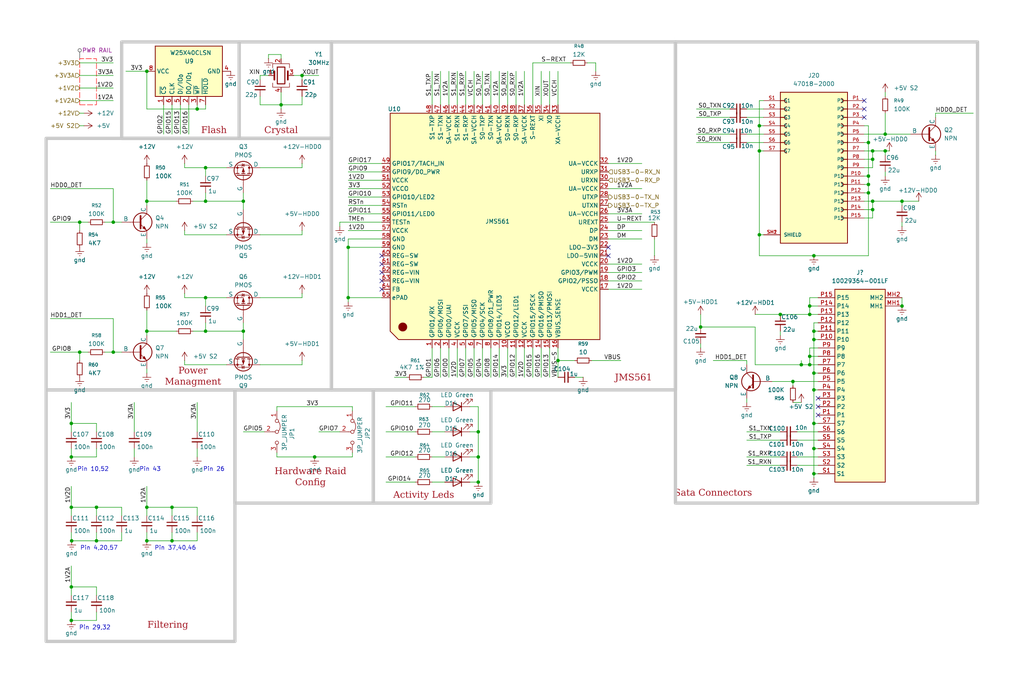
<source format=kicad_sch>
(kicad_sch (version 20250114) (generator "eeschema") (generator_version "9.0")
  (paper "User" 310 210)
  (rectangle (start 71.12 118.11) (end 113.03 152.4) (stroke (width 1) (color 200 200 200 1)))
  (rectangle (start 113.03 118.11) (end 148.59 152.4) (stroke (width 1) (color 200 200 200 1)))
  (rectangle (start 72.39 12.7) (end 100.33 41.91) (stroke (width 1) (color 200 200 200 1)))
  (rectangle (start 13.97 41.91) (end 100.33 118.11) (stroke (width 1) (color 200 200 200 1)))
  (rectangle (start 100.33 12.7) (end 204.47 118.11) (stroke (width 1) (color 200 200 200 1)))
  (rectangle (start 13.97 118.11) (end 71.12 194.31) (stroke (width 1) (color 200 200 200 1)))
  (rectangle (start 204.47 12.7) (end 295.91 152.4) (stroke (width 1) (color 200 200 200 1)))
  (rectangle (start 36.83 12.7) (end 72.39 41.91) (stroke (width 1) (color 200 200 200 1)))
  (text "Pin 4,20,57" (at 29.972 166.116 0) (effects (font (size 1.27 1.27))))
  (text "Pin 29,32" (at 28.702 190.246 0) (effects (font (size 1.27 1.27))))
  (text " Pin 43" (at 44.958 142.24 0) (effects (font (size 1.27 1.27))))
  (text "Pin 37,40,46" (at 53.086 166.116 0) (effects (font (size 1.27 1.27))))
  (text " Pin 10,52" (at 27.686 142.24 0) (effects (font (size 1.27 1.27))))
  (text " Pin 26\n" (at 64.262 142.24 0) (effects (font (size 1.27 1.27))))
  (text_box "Filtering" (at 36.83 182.88 0) (size 27.94 9.525) (margins 1.9049 1.9049 1.9049 1.9049) (stroke (width -0.0001)) (effects (font (size 2 2) (thickness 0.3175)) (justify bottom)))
  (text_box "Flash\n\n" (at 50.8 33.02 0) (size 27.94 9.525) (margins 1.9049 1.9049 1.9049 1.9049) (stroke (width -0.0001)) (effects (font (size 2 2) (thickness 0.3175)) (justify bottom)))
  (text_box "JMS561" (at 177.8 107.95 0) (size 27.94 9.525) (margins 1.9049 1.9049 1.9049 1.9049) (stroke (width -0.0001)) (effects (font (size 2 2) (thickness 0.3175)) (justify bottom)))
  (text_box "Sata Connectors\n" (at 201.93 142.875 0) (size 27.94 9.525) (margins 1.9049 1.9049 1.9049 1.9049) (stroke (width -0.0001)) (effects (font (size 2 2) (thickness 0.3175)) (justify bottom)))
  (text_box "Hardware Raid \nConfig\n" (at 80.01 139.7 0) (size 27.94 9.525) (margins 1.9049 1.9049 1.9049 1.9049) (stroke (width -0.0001)) (effects (font (size 2 2) (thickness 0.3175)) (justify bottom)))
  (text_box "Activity Leds\n" (at 114.3 143.51 0) (size 27.94 9.525) (margins 1.9049 1.9049 1.9049 1.9049) (stroke (width -0.0001)) (effects (font (size 2 2) (thickness 0.3175)) (justify bottom)))
  (text_box "Power Managment\n" (at 44.45 109.22 0) (size 27.94 9.525) (margins 1.9049 1.9049 1.9049 1.9049) (stroke (width -0.0001)) (effects (font (size 2 2) (thickness 0.3175)) (justify bottom)))
  (text_box "Crystal\n" (at 71.12 33.02 0) (size 27.94 9.525) (margins 1.9049 1.9049 1.9049 1.9049) (stroke (width -0.0001)) (effects (font (size 2 2) (thickness 0.3175)) (justify bottom)))
  (junction (at 245.11 92.71))
  (junction (at 245.11 95.25))
  (junction (at 105.41 90.17))
  (junction (at 168.91 109.22))
  (junction (at 105.41 74.93))
  (junction (at 246.38 135.89))
  (junction (at 29.21 163.83))
  (junction (at 236.22 95.25))
  (junction (at 21.59 153.67))
  (junction (at 267.97 45.72))
  (junction (at 246.38 128.27))
  (junction (at 62.23 100.33))
  (junction (at 144.78 130.81))
  (junction (at 73.66 100.33))
  (junction (at 246.38 100.33))
  (junction (at 73.66 60.96))
  (junction (at 246.38 118.11))
  (junction (at 229.87 38.1))
  (junction (at 246.38 77.47))
  (junction (at 52.07 153.67))
  (junction (at 21.59 138.43))
  (junction (at 24.13 106.68))
  (junction (at 44.45 100.33))
  (junction (at 262.89 53.34))
  (junction (at 262.89 55.88))
  (junction (at 95.25 138.43))
  (junction (at 264.16 60.96))
  (junction (at 273.05 92.71))
  (junction (at 246.38 102.87))
  (junction (at 212.09 99.06))
  (junction (at 62.23 50.8))
  (junction (at 24.13 67.31))
  (junction (at 21.59 177.8))
  (junction (at 242.57 110.49))
  (junction (at 34.29 106.68))
  (junction (at 59.69 33.02))
  (junction (at 85.09 31.75))
  (junction (at 144.78 146.05))
  (junction (at 240.03 115.57))
  (junction (at 246.38 113.03))
  (junction (at 264.16 63.5))
  (junction (at 44.45 21.59))
  (junction (at 21.6925 163.83))
  (junction (at 245.11 107.95))
  (junction (at 44.45 60.96))
  (junction (at 262.89 58.42))
  (junction (at 262.89 43.18))
  (junction (at 264.16 45.72))
  (junction (at 246.38 143.51))
  (junction (at 273.05 60.96))
  (junction (at 245.11 110.49))
  (junction (at 34.29 67.31))
  (junction (at 229.87 45.72))
  (junction (at 21.59 187.96))
  (junction (at 144.78 138.43))
  (junction (at 267.97 40.64))
  (junction (at 91.44 22.86))
  (junction (at 52.07 163.83))
  (junction (at 62.23 90.17))
  (junction (at 264.16 48.26))
  (junction (at 229.87 71.12))
  (junction (at 21.59 128.27))
  (junction (at 62.23 60.96))
  (junction (at 29.21 153.67))
  (junction (at 44.45 163.83))
  (junction (at 44.45 153.67))
  (no_connect (at 261.62 33.02))
  (no_connect (at 115.57 80.01))
  (no_connect (at 115.57 82.55))
  (no_connect (at 261.62 30.48))
  (no_connect (at 184.15 74.93))
  (no_connect (at 247.65 120.65))
  (no_connect (at 247.65 123.19))
  (no_connect (at 261.62 35.56))
  (no_connect (at 247.65 125.73))
  (no_connect (at 115.57 85.09))
  (no_connect (at 115.57 87.63))
  (no_connect (at 115.57 77.47))
  (no_connect (at 184.15 77.47))
  (wire (pts (xy 73.66 100.33) (xy 73.66 102.87)))
  (wire (pts (xy 31.75 106.68) (xy 34.29 106.68)))
  (wire (pts (xy 105.41 90.17) (xy 105.41 91.44)))
  (wire (pts (xy 231.14 30.48) (xy 229.87 30.48)))
  (wire (pts (xy 15.24 96.52) (xy 34.29 96.52)))
  (wire (pts (xy 15.24 57.15) (xy 34.29 57.15)))
  (wire (pts (xy 246.38 77.47) (xy 229.87 77.47)))
  (wire (pts (xy 267.97 45.72) (xy 269.24 45.72)))
  (wire (pts (xy 246.38 143.51) (xy 246.38 144.78)))
  (wire (pts (xy 62.23 50.8) (xy 68.58 50.8)))
  (wire (pts (xy 226.06 40.64) (xy 231.14 40.64)))
  (wire (pts (xy 78.74 110.49) (xy 91.44 110.49)))
  (wire (pts (xy 133.35 105.41) (xy 133.35 114.3)))
  (wire (pts (xy 229.87 30.48) (xy 229.87 38.1)))
  (wire (pts (xy 105.41 72.39) (xy 105.41 74.93)))
  (wire (pts (xy 21.59 147.32) (xy 21.59 153.67)))
  (wire (pts (xy 54.61 31.75) (xy 54.61 40.64)))
  (wire (pts (xy 247.65 128.27) (xy 246.38 128.27)))
  (wire (pts (xy 78.74 24.13) (xy 78.74 22.86)))
  (wire (pts (xy 62.23 97.79) (xy 62.23 100.33)))
  (wire (pts (xy 247.65 115.57) (xy 240.03 115.57)))
  (wire (pts (xy 21.6925 163.83) (xy 21.59 163.83)))
  (wire (pts (xy 262.89 43.18) (xy 262.89 38.1)))
  (wire (pts (xy 96.52 130.81) (xy 102.87 130.81)))
  (wire (pts (xy 55.88 69.85) (xy 55.88 71.12)))
  (wire (pts (xy 115.57 59.69) (xy 105.41 59.69)))
  (wire (pts (xy 226.06 35.56) (xy 231.14 35.56)))
  (wire (pts (xy 242.57 121.92) (xy 240.03 121.92)))
  (wire (pts (xy 91.44 109.22) (xy 91.44 110.49)))
  (wire (pts (xy 24.13 67.31) (xy 26.67 67.31)))
  (wire (pts (xy 246.38 100.33) (xy 247.65 100.33)))
  (wire (pts (xy 130.81 105.41) (xy 130.81 114.3)))
  (wire (pts (xy 236.22 95.25) (xy 228.6 95.25)))
  (wire (pts (xy 44.45 101.6) (xy 44.45 100.33)))
  (wire (pts (xy 177.8 19.05) (xy 180.34 19.05)))
  (wire (pts (xy 15.24 106.68) (xy 24.13 106.68)))
  (wire (pts (xy 62.23 90.17) (xy 55.88 90.17)))
  (wire (pts (xy 68.58 110.49) (xy 55.88 110.49)))
  (wire (pts (xy 34.29 106.68) (xy 36.83 106.68)))
  (wire (pts (xy 119.38 114.3) (xy 123.19 114.3)))
  (wire (pts (xy 153.67 105.41) (xy 153.67 114.3)))
  (wire (pts (xy 273.05 67.31) (xy 273.05 68.58)))
  (wire (pts (xy 49.53 31.75) (xy 49.53 40.64)))
  (wire (pts (xy 115.57 52.07) (xy 105.41 52.07)))
  (wire (pts (xy 68.58 71.12) (xy 55.88 71.12)))
  (wire (pts (xy 29.21 163.83) (xy 21.6925 163.83)))
  (wire (pts (xy 116.84 130.81) (xy 125.73 130.81)))
  (wire (pts (xy 52.07 31.75) (xy 52.07 40.64)))
  (wire (pts (xy 264.16 60.96) (xy 273.05 60.96)))
  (wire (pts (xy 21.59 177.8) (xy 21.59 180.34)))
  (wire (pts (xy 226.06 121.92) (xy 226.06 120.65)))
  (wire (pts (xy 81.28 17.78) (xy 81.28 16.51)))
  (wire (pts (xy 144.78 123.19) (xy 144.78 130.81)))
  (wire (pts (xy 78.74 22.86) (xy 81.28 22.86)))
  (wire (pts (xy 226.06 110.49) (xy 226.06 109.22)))
  (wire (pts (xy 55.88 88.9) (xy 55.88 90.17)))
  (wire (pts (xy 130.81 123.19) (xy 134.62 123.19)))
  (wire (pts (xy 245.11 95.25) (xy 236.22 95.25)))
  (wire (pts (xy 29.21 135.89) (xy 29.21 138.43)))
  (wire (pts (xy 116.84 138.43) (xy 125.73 138.43)))
  (wire (pts (xy 38.1 21.59) (xy 44.45 21.59)))
  (wire (pts (xy 44.45 72.39) (xy 44.45 73.66)))
  (wire (pts (xy 59.69 163.83) (xy 52.07 163.83)))
  (wire (pts (xy 241.3 140.97) (xy 247.65 140.97)))
  (wire (pts (xy 21.59 121.92) (xy 21.59 128.27)))
  (wire (pts (xy 158.75 31.75) (xy 158.75 21.59)))
  (wire (pts (xy 130.81 31.75) (xy 130.81 21.59)))
  (wire (pts (xy 24.13 30.48) (xy 34.29 30.48)))
  (wire (pts (xy 59.69 121.92) (xy 59.69 130.81)))
  (wire (pts (xy 176.53 114.3) (xy 173.99 114.3)))
  (wire (pts (xy 95.25 138.43) (xy 106.68 138.43)))
  (wire (pts (xy 85.09 31.75) (xy 85.09 33.02)))
  (wire (pts (xy 128.27 114.3) (xy 130.81 114.3)))
  (wire (pts (xy 212.09 104.14) (xy 212.09 105.41)))
  (wire (pts (xy 140.97 31.75) (xy 140.97 21.59)))
  (wire (pts (xy 184.15 82.55) (xy 194.31 82.55)))
  (wire (pts (xy 29.21 185.42) (xy 29.21 187.96)))
  (wire (pts (xy 55.88 109.22) (xy 55.88 110.49)))
  (wire (pts (xy 261.62 63.5) (xy 264.16 63.5)))
  (wire (pts (xy 29.21 153.67) (xy 21.59 153.67)))
  (wire (pts (xy 247.65 95.25) (xy 245.11 95.25)))
  (wire (pts (xy 115.57 64.77) (xy 105.41 64.77)))
  (wire (pts (xy 24.13 106.68) (xy 26.67 106.68)))
  (wire (pts (xy 262.89 43.18) (xy 262.89 53.34)))
  (wire (pts (xy 267.97 53.34) (xy 267.97 52.07)))
  (wire (pts (xy 151.13 31.75) (xy 151.13 21.59)))
  (wire (pts (xy 158.75 105.41) (xy 158.75 114.3)))
  (wire (pts (xy 88.9 22.86) (xy 91.44 22.86)))
  (wire (pts (xy 184.15 67.31) (xy 198.12 67.31)))
  (wire (pts (xy 29.21 128.27) (xy 21.59 128.27)))
  (wire (pts (xy 261.62 40.64) (xy 267.97 40.64)))
  (wire (pts (xy 246.38 143.51) (xy 247.65 143.51)))
  (wire (pts (xy 161.29 19.05) (xy 172.72 19.05)))
  (wire (pts (xy 261.62 55.88) (xy 262.89 55.88)))
  (wire (pts (xy 81.28 16.51) (xy 85.09 16.51)))
  (wire (pts (xy 231.14 71.12) (xy 229.87 71.12)))
  (wire (pts (xy 34.29 67.31) (xy 34.29 57.15)))
  (wire (pts (xy 226.06 33.02) (xy 231.14 33.02)))
  (wire (pts (xy 59.69 153.67) (xy 52.07 153.67)))
  (wire (pts (xy 29.21 130.81) (xy 29.21 128.27)))
  (wire (pts (xy 73.66 100.33) (xy 73.66 97.79)))
  (wire (pts (xy 83.82 124.46) (xy 83.82 123.19)))
  (wire (pts (xy 247.65 110.49) (xy 245.11 110.49)))
  (wire (pts (xy 283.21 35.56) (xy 283.21 34.29)))
  (wire (pts (xy 21.59 135.89) (xy 21.59 138.43)))
  (wire (pts (xy 247.65 105.41) (xy 245.11 105.41)))
  (wire (pts (xy 59.69 33.02) (xy 44.45 33.02)))
  (wire (pts (xy 229.87 45.72) (xy 229.87 71.12)))
  (wire (pts (xy 261.62 43.18) (xy 262.89 43.18)))
  (wire (pts (xy 142.24 138.43) (xy 144.78 138.43)))
  (wire (pts (xy 106.68 123.19) (xy 106.68 124.46)))
  (wire (pts (xy 261.62 45.72) (xy 264.16 45.72)))
  (wire (pts (xy 29.21 156.21) (xy 29.21 153.67)))
  (wire (pts (xy 262.89 58.42) (xy 262.89 77.47)))
  (wire (pts (xy 264.16 48.26) (xy 264.16 45.72)))
  (wire (pts (xy 240.03 115.57) (xy 233.68 115.57)))
  (wire (pts (xy 261.62 48.26) (xy 264.16 48.26)))
  (wire (pts (xy 44.45 54.61) (xy 44.45 60.96)))
  (wire (pts (xy 80.01 130.81) (xy 73.66 130.81)))
  (wire (pts (xy 59.69 138.43) (xy 59.69 135.89)))
  (wire (pts (xy 78.74 50.8) (xy 91.44 50.8)))
  (wire (pts (xy 106.68 138.43) (xy 106.68 137.16)))
  (wire (pts (xy 24.13 34.29) (xy 25.4 34.29)))
  (wire (pts (xy 29.21 180.34) (xy 29.21 177.8)))
  (wire (pts (xy 241.3 133.35) (xy 247.65 133.35)))
  (wire (pts (xy 246.38 102.87) (xy 246.38 100.33)))
  (wire (pts (xy 247.65 118.11) (xy 246.38 118.11)))
  (wire (pts (xy 144.78 130.81) (xy 144.78 138.43)))
  (wire (pts (xy 62.23 90.17) (xy 68.58 90.17)))
  (wire (pts (xy 40.64 121.92) (xy 40.64 130.81)))
  (wire (pts (xy 83.82 123.19) (xy 106.68 123.19)))
  (wire (pts (xy 184.15 49.53) (xy 194.31 49.53)))
  (wire (pts (xy 173.99 109.22) (xy 168.91 109.22)))
  (wire (pts (xy 102.87 67.31) (xy 115.57 67.31)))
  (wire (pts (xy 241.3 138.43) (xy 247.65 138.43)))
  (wire (pts (xy 210.82 43.18) (xy 220.98 43.18)))
  (wire (pts (xy 58.42 60.96) (xy 62.23 60.96)))
  (wire (pts (xy 21.59 171.45) (xy 21.59 177.8)))
  (wire (pts (xy 231.14 38.1) (xy 229.87 38.1)))
  (wire (pts (xy 55.88 49.53) (xy 55.88 50.8)))
  (wire (pts (xy 146.05 105.41) (xy 146.05 114.3)))
  (wire (pts (xy 229.87 77.47) (xy 229.87 71.12)))
  (wire (pts (xy 264.16 63.5) (xy 264.16 60.96)))
  (wire (pts (xy 163.83 31.75) (xy 163.83 21.59)))
  (wire (pts (xy 245.11 92.71) (xy 245.11 95.25)))
  (wire (pts (xy 246.38 118.11) (xy 246.38 128.27)))
  (wire (pts (xy 73.66 60.96) (xy 73.66 58.42)))
  (wire (pts (xy 273.05 60.96) (xy 278.13 60.96)))
  (wire (pts (xy 91.44 22.86) (xy 96.52 22.86)))
  (wire (pts (xy 247.65 92.71) (xy 245.11 92.71)))
  (wire (pts (xy 36.83 161.29) (xy 36.83 163.83)))
  (wire (pts (xy 261.62 53.34) (xy 262.89 53.34)))
  (wire (pts (xy 52.07 163.83) (xy 44.45 163.83)))
  (wire (pts (xy 52.07 161.29) (xy 52.07 163.83)))
  (wire (pts (xy 246.38 118.11) (xy 246.38 113.03)))
  (wire (pts (xy 59.69 161.29) (xy 59.69 163.83)))
  (wire (pts (xy 261.62 38.1) (xy 262.89 38.1)))
  (wire (pts (xy 52.07 156.21) (xy 52.07 153.67)))
  (wire (pts (xy 62.23 50.8) (xy 62.23 53.34)))
  (wire (pts (xy 44.45 33.02) (xy 44.45 21.59)))
  (wire (pts (xy 184.15 64.77) (xy 194.31 64.77)))
  (wire (pts (xy 115.57 62.23) (xy 105.41 62.23)))
  (wire (pts (xy 83.82 138.43) (xy 95.25 138.43)))
  (wire (pts (xy 261.62 58.42) (xy 262.89 58.42)))
  (wire (pts (xy 62.23 58.42) (xy 62.23 60.96)))
  (wire (pts (xy 212.09 99.06) (xy 212.09 95.25)))
  (wire (pts (xy 246.38 135.89) (xy 247.65 135.89)))
  (wire (pts (xy 44.45 161.29) (xy 44.45 163.83)))
  (wire (pts (xy 116.84 146.05) (xy 125.73 146.05)))
  (wire (pts (xy 245.11 90.17) (xy 245.11 92.71)))
  (wire (pts (xy 267.97 46.99) (xy 267.97 45.72)))
  (wire (pts (xy 78.74 31.75) (xy 85.09 31.75)))
  (wire (pts (xy 261.62 66.04) (xy 264.16 66.04)))
  (wire (pts (xy 21.59 185.42) (xy 21.59 187.96)))
  (wire (pts (xy 21.59 128.27) (xy 21.59 130.81)))
  (wire (pts (xy 62.23 50.8) (xy 55.88 50.8)))
  (wire (pts (xy 78.74 29.21) (xy 78.74 31.75)))
  (wire (pts (xy 184.15 69.85) (xy 194.31 69.85)))
  (wire (pts (xy 29.21 138.43) (xy 21.59 138.43)))
  (wire (pts (xy 44.45 100.33) (xy 53.34 100.33)))
  (wire (pts (xy 29.21 177.8) (xy 21.59 177.8)))
  (wire (pts (xy 62.23 90.17) (xy 62.23 92.71)))
  (wire (pts (xy 44.45 153.67) (xy 44.45 156.21)))
  (wire (pts (xy 73.66 60.96) (xy 73.66 63.5)))
  (wire (pts (xy 184.15 85.09) (xy 194.31 85.09)))
  (wire (pts (xy 143.51 105.41) (xy 143.51 114.3)))
  (wire (pts (xy 153.67 31.75) (xy 153.67 21.59)))
  (wire (pts (xy 138.43 31.75) (xy 138.43 21.59)))
  (wire (pts (xy 115.57 90.17) (xy 105.41 90.17)))
  (wire (pts (xy 102.87 68.58) (xy 102.87 67.31)))
  (wire (pts (xy 135.89 31.75) (xy 135.89 21.59)))
  (wire (pts (xy 135.89 105.41) (xy 135.89 114.3)))
  (wire (pts (xy 229.87 45.72) (xy 231.14 45.72)))
  (wire (pts (xy 143.51 31.75) (xy 143.51 21.59)))
  (wire (pts (xy 140.97 105.41) (xy 140.97 114.3)))
  (wire (pts (xy 115.57 72.39) (xy 105.41 72.39)))
  (wire (pts (xy 21.59 161.29) (xy 21.59 163.83)))
  (wire (pts (xy 242.57 110.49) (xy 228.6 110.49)))
  (wire (pts (xy 267.97 29.21) (xy 267.97 27.94)))
  (wire (pts (xy 210.82 35.56) (xy 220.98 35.56)))
  (wire (pts (xy 273.05 90.17) (xy 273.05 92.71)))
  (wire (pts (xy 245.11 105.41) (xy 245.11 107.95)))
  (wire (pts (xy 115.57 54.61) (xy 105.41 54.61)))
  (wire (pts (xy 57.15 31.75) (xy 57.15 40.64)))
  (wire (pts (xy 236.22 100.33) (xy 236.22 101.6)))
  (wire (pts (xy 62.23 31.75) (xy 62.23 33.02)))
  (wire (pts (xy 24.13 109.22) (xy 24.13 106.68)))
  (wire (pts (xy 34.29 106.68) (xy 34.29 96.52)))
  (wire (pts (xy 226.06 140.97) (xy 236.22 140.97)))
  (wire (pts (xy 144.78 138.43) (xy 144.78 146.05)))
  (wire (pts (xy 115.57 57.15) (xy 105.41 57.15)))
  (wire (pts (xy 44.45 147.32) (xy 44.45 153.67)))
  (wire (pts (xy 246.38 128.27) (xy 246.38 135.89)))
  (wire (pts (xy 115.57 49.53) (xy 105.41 49.53)))
  (wire (pts (xy 24.13 19.05) (xy 34.29 19.05)))
  (wire (pts (xy 146.05 31.75) (xy 146.05 21.59)))
  (wire (pts (xy 180.34 19.05) (xy 180.34 21.59)))
  (wire (pts (xy 247.65 90.17) (xy 245.11 90.17)))
  (wire (pts (xy 58.42 100.33) (xy 62.23 100.33)))
  (wire (pts (xy 116.84 123.19) (xy 125.73 123.19)))
  (wire (pts (xy 115.57 69.85) (xy 105.41 69.85)))
  (wire (pts (xy 246.38 100.33) (xy 246.38 97.79)))
  (wire (pts (xy 226.06 109.22) (xy 215.9 109.22)))
  (wire (pts (xy 210.82 40.64) (xy 220.98 40.64)))
  (wire (pts (xy 246.38 113.03) (xy 247.65 113.03)))
  (wire (pts (xy 273.05 62.23) (xy 273.05 60.96)))
  (wire (pts (xy 85.09 31.75) (xy 91.44 31.75)))
  (wire (pts (xy 262.89 77.47) (xy 246.38 77.47)))
  (wire (pts (xy 267.97 34.29) (xy 267.97 40.64)))
  (wire (pts (xy 247.65 107.95) (xy 245.11 107.95)))
  (wire (pts (xy 21.59 153.67) (xy 21.59 156.21)))
  (wire (pts (xy 15.24 67.31) (xy 24.13 67.31)))
  (wire (pts (xy 156.21 31.75) (xy 156.21 21.59)))
  (wire (pts (xy 91.44 88.9) (xy 91.44 90.17)))
  (wire (pts (xy 130.81 146.05) (xy 134.62 146.05)))
  (wire (pts (xy 36.83 163.83) (xy 29.21 163.83)))
  (wire (pts (xy 91.44 31.75) (xy 91.44 29.21)))
  (wire (pts (xy 184.15 72.39) (xy 194.31 72.39)))
  (wire (pts (xy 24.13 69.85) (xy 24.13 67.31)))
  (wire (pts (xy 226.06 130.81) (xy 236.22 130.81)))
  (wire (pts (xy 59.69 156.21) (xy 59.69 153.67)))
  (wire (pts (xy 246.38 135.89) (xy 246.38 143.51)))
  (wire (pts (xy 228.6 99.06) (xy 212.09 99.06)))
  (wire (pts (xy 44.45 62.23) (xy 44.45 60.96)))
  (wire (pts (xy 161.29 19.05) (xy 161.29 31.75)))
  (wire (pts (xy 163.83 105.41) (xy 163.83 114.3)))
  (wire (pts (xy 245.11 107.95) (xy 245.11 110.49)))
  (wire (pts (xy 262.89 55.88) (xy 262.89 58.42)))
  (wire (pts (xy 264.16 50.8) (xy 264.16 48.26)))
  (wire (pts (xy 133.35 31.75) (xy 133.35 21.59)))
  (wire (pts (xy 91.44 69.85) (xy 91.44 71.12)))
  (wire (pts (xy 184.15 87.63) (xy 194.31 87.63)))
  (wire (pts (xy 148.59 31.75) (xy 148.59 21.59)))
  (wire (pts (xy 62.23 100.33) (xy 73.66 100.33)))
  (wire (pts (xy 184.15 80.01) (xy 194.31 80.01)))
  (wire (pts (xy 247.65 102.87) (xy 246.38 102.87)))
  (wire (pts (xy 261.62 50.8) (xy 264.16 50.8)))
  (wire (pts (xy 130.81 138.43) (xy 134.62 138.43)))
  (wire (pts (xy 29.21 161.29) (xy 29.21 163.83)))
  (wire (pts (xy 31.75 67.31) (xy 34.29 67.31)))
  (wire (pts (xy 246.38 97.79) (xy 247.65 97.79)))
  (wire (pts (xy 44.45 111.76) (xy 44.45 113.03)))
  (wire (pts (xy 78.74 90.17) (xy 91.44 90.17)))
  (wire (pts (xy 264.16 45.72) (xy 267.97 45.72)))
  (wire (pts (xy 245.11 110.49) (xy 242.57 110.49)))
  (wire (pts (xy 115.57 74.93) (xy 105.41 74.93)))
  (wire (pts (xy 44.45 60.96) (xy 53.34 60.96)))
  (wire (pts (xy 91.44 24.13) (xy 91.44 22.86)))
  (wire (pts (xy 85.09 27.94) (xy 85.09 31.75)))
  (wire (pts (xy 36.83 153.67) (xy 29.21 153.67)))
  (wire (pts (xy 262.89 53.34) (xy 262.89 55.88)))
  (wire (pts (xy 142.24 123.19) (xy 144.78 123.19)))
  (wire (pts (xy 168.91 21.59) (xy 168.91 31.75)))
  (wire (pts (xy 52.07 153.67) (xy 44.45 153.67)))
  (wire (pts (xy 34.29 67.31) (xy 36.83 67.31)))
  (wire (pts (xy 62.23 33.02) (xy 59.69 33.02)))
  (wire (pts (xy 240.03 116.84) (xy 240.03 115.57)))
  (wire (pts (xy 44.45 93.98) (xy 44.45 100.33)))
  (wire (pts (xy 229.87 38.1) (xy 229.87 45.72)))
  (wire (pts (xy 130.81 130.81) (xy 134.62 130.81)))
  (wire (pts (xy 283.21 45.72) (xy 283.21 46.99)))
  (wire (pts (xy 91.44 49.53) (xy 91.44 50.8)))
  (wire (pts (xy 24.13 22.86) (xy 34.29 22.86)))
  (wire (pts (xy 83.82 137.16) (xy 83.82 138.43)))
  (wire (pts (xy 62.23 60.96) (xy 73.66 60.96)))
  (wire (pts (xy 59.69 33.02) (xy 59.69 31.75)))
  (wire (pts (xy 161.29 105.41) (xy 161.29 114.3)))
  (wire (pts (xy 241.3 130.81) (xy 247.65 130.81)))
  (wire (pts (xy 166.37 31.75) (xy 166.37 21.59)))
  (wire (pts (xy 151.13 105.41) (xy 151.13 114.3)))
  (wire (pts (xy 184.15 57.15) (xy 194.31 57.15)))
  (wire (pts (xy 24.13 38.1) (xy 25.4 38.1)))
  (wire (pts (xy 198.12 72.39) (xy 198.12 77.47)))
  (wire (pts (xy 148.59 105.41) (xy 148.59 114.3)))
  (wire (pts (xy 142.24 130.81) (xy 144.78 130.81)))
  (wire (pts (xy 179.07 109.22) (xy 187.96 109.22)))
  (wire (pts (xy 40.64 138.43) (xy 40.64 135.89)))
  (wire (pts (xy 226.06 133.35) (xy 236.22 133.35)))
  (wire (pts (xy 78.74 71.12) (xy 91.44 71.12)))
  (wire (pts (xy 144.78 146.05) (xy 142.24 146.05)))
  (wire (pts (xy 138.43 105.41) (xy 138.43 114.3)))
  (wire (pts (xy 226.06 43.18) (xy 231.14 43.18)))
  (wire (pts (xy 261.62 60.96) (xy 264.16 60.96)))
  (wire (pts (xy 226.06 138.43) (xy 236.22 138.43)))
  (wire (pts (xy 24.13 26.67) (xy 34.29 26.67)))
  (wire (pts (xy 168.91 109.22) (xy 168.91 114.3)))
  (wire (pts (xy 210.82 33.02) (xy 220.98 33.02)))
  (wire (pts (xy 36.83 156.21) (xy 36.83 153.67)))
  (wire (pts (xy 283.21 34.29) (xy 294.64 34.29)))
  (wire (pts (xy 168.91 105.41) (xy 168.91 109.22)))
  (wire (pts (xy 166.37 105.41) (xy 166.37 114.3)))
  (wire (pts (xy 85.09 16.51) (xy 85.09 17.78)))
  (wire (pts (xy 228.6 110.49) (xy 228.6 99.06)))
  (wire (pts (xy 246.38 102.87) (xy 246.38 113.03)))
  (wire (pts (xy 156.21 105.41) (xy 156.21 114.3)))
  (wire (pts (xy 267.97 40.64) (xy 275.59 40.64)))
  (wire (pts (xy 264.16 66.04) (xy 264.16 63.5)))
  (wire (pts (xy 242.57 109.22) (xy 242.57 110.49)))
  (wire (pts (xy 105.41 74.93) (xy 105.41 90.17)))
  (wire (pts (xy 29.21 187.96) (xy 21.59 187.96)))
  (label "GPIO12" (at 118.11 138.43 0))
  (label "1V2A" (at 44.45 152.4 90))
  (label "HDD0_DET" (at 283.21 34.29 0))
  (label "1V2D" (at 158.75 114.3 90))
  (label "S0_TXP" (at 218.44 35.56 180))
  (label "GPIO10" (at 105.41 59.69 0))
  (label "" (at 105.41 74.93 0))
  (label "GPIO3" (at 186.69 82.55 0))
  (label "3V3" (at 34.29 19.05 180))
  (label "HDD0_DET" (at 15.24 57.15 0))
  (label "GPIO16" (at 163.83 114.3 90))
  (label "S1_RXP" (at 140.97 29.21 90))
  (label "U-REXT" (at 186.69 67.31 0))
  (label "GPIO13" (at 166.37 114.3 90))
  (label "1V2D" (at 21.59 152.4 90))
  (label "S0_TXP" (at 146.05 29.21 90))
  (label "1V2D" (at 186.69 49.53 0))
  (label "3V3" (at 123.19 114.3 180))
  (label "GPIO9" (at 21.59 67.31 180))
  (label "S1_TXP" (at 233.68 133.35 180))
  (label "GPIO1" (at 130.81 114.3 90))
  (label "S0_TXN" (at 148.59 29.21 90))
  (label "S0_RXN" (at 218.44 43.18 180))
  (label "GPIO2" (at 186.69 85.09 0))
  (label "1V2A" (at 151.13 29.21 90))
  (label "VBUS-S" (at 168.91 114.3 90))
  (label "GPIO13" (at 54.61 40.64 90))
  (label "GPIO17" (at 105.41 49.53 0))
  (label "GPIO15" (at 161.29 114.3 90))
  (label "S-REXT" (at 163.83 19.05 0))
  (label "3V3" (at 43.18 21.59 180))
  (label "3V3A" (at 40.64 127 90))
  (label "GPIO15" (at 52.07 40.64 90))
  (label "3V3" (at 92.71 123.19 0))
  (label "HDD1_DET" (at 15.24 96.52 0))
  (label "S1_RXN" (at 138.43 29.21 90))
  (label "GPIO2" (at 49.53 40.64 90))
  (label "3V3A" (at 186.69 64.77 0))
  (label "GPIO11" (at 118.11 123.19 0))
  (label "GPIO10" (at 118.11 130.81 0))
  (label "GPIO5" (at 73.66 130.81 0))
  (label "3V3" (at 153.67 114.3 90))
  (label "" (at 105.41 90.17 0))
  (label "DP" (at 186.69 69.85 0))
  (label "GPIO5" (at 143.51 114.3 90))
  (label "GPIO4" (at 146.05 114.3 90))
  (label "S1_RXP" (at 233.68 138.43 180))
  (label "GPIO7" (at 140.97 114.3 90))
  (label "XIN" (at 78.74 22.86 180))
  (label "S0_RXP" (at 156.21 29.21 90))
  (label "RSTn" (at 105.41 62.23 0))
  (label "1V2D" (at 138.43 114.3 90))
  (label "XOUT" (at 96.52 22.86 180))
  (label "GPIO16" (at 57.15 40.64 90))
  (label "GPIO11" (at 105.41 64.77 0))
  (label "GPIO6" (at 133.35 114.3 90))
  (label "VCCH" (at 168.91 29.21 90))
  (label "XIN" (at 163.83 29.21 90))
  (label "VCCH" (at 143.51 29.21 90))
  (label "S1_RXN" (at 233.68 140.97 180))
  (label "1V2A" (at 135.89 29.21 90))
  (label "S0_RXP" (at 218.44 40.64 180))
  (label "S0_RXN" (at 153.67 29.21 90))
  (label "1V2A" (at 21.59 176.53 90))
  (label "3V3" (at 105.41 57.15 0))
  (label "3V3" (at 21.59 127 90))
  (label "GPIO14" (at 151.13 114.3 90))
  (label "3V3A" (at 59.69 127 90))
  (label "1V2A" (at 158.75 29.21 90))
  (label "S1_TXN" (at 133.35 29.21 90))
  (label "HDD1_DET" (at 226.06 109.22 180))
  (label "GPIO8" (at 21.59 106.68 180))
  (label "TMEn" (at 105.41 67.31 0))
  (label "GPIO0" (at 135.89 114.3 90))
  (label "GPIO7" (at 96.52 130.81 0))
  (label "1V2A" (at 186.69 57.15 0))
  (label "1V2A" (at 34.29 30.48 180))
  (label "GPIO8" (at 148.59 114.3 90))
  (label "GPIO14" (at 124.46 146.05 180))
  (label "S0_TXN" (at 218.44 33.02 180))
  (label "S1_TXP" (at 130.81 29.21 90))
  (label "XOUT" (at 166.37 29.21 90))
  (label "1V2D" (at 186.69 87.63 0))
  (label "" (at 105.41 72.39 0))
  (label "1V2D" (at 105.41 69.85 0))
  (label "1V2D" (at 105.41 54.61 0))
  (label "GPIO12" (at 156.21 114.3 90))
  (label "GPIO9" (at 105.41 52.07 0))
  (label "1V2D" (at 186.69 80.01 0))
  (label "3V3A" (at 34.29 22.86 180))
  (label "1V2D" (at 34.29 26.67 180))
  (label "DM" (at 186.69 72.39 0))
  (label "VBUS" (at 187.96 109.22 180))
  (label "S1_TXN" (at 233.68 130.81 180))
  (hierarchical_label "USB3-0-TX_N" (shape output) (at 184.15 59.69 0))
  (hierarchical_label "USB3-0-TX_P" (shape output) (at 184.15 62.23 0))
  (hierarchical_label "+3V3A" (shape input) (at 24.13 22.86 180))
  (hierarchical_label "+5V S2" (shape input) (at 24.13 38.1 180))
  (hierarchical_label "+12V" (shape input) (at 24.13 34.29 180))
  (hierarchical_label "USB3-0-RX_P" (shape input) (at 184.15 54.61 0))
  (hierarchical_label "+1V2" (shape input) (at 24.13 26.67 180))
  (hierarchical_label "+1V2A" (shape input) (at 24.13 30.48 180))
  (hierarchical_label "+3V3" (shape input) (at 24.13 19.05 180))
  (hierarchical_label "USB3-0-RX_N" (shape input) (at 184.15 52.07 0))
  (rule_area (polyline (pts (xy 24.13 31.75) (xy 29.21 31.75) (xy 29.21 17.78) (xy 24.13 17.78)) (stroke (width 0) (type dash))))
  (netclass_flag "" (length 2.54) (shape round) (at 24.13 17.78 0) (property "Netclass" "PWR RAIL" (at 24.8285 15.24 0) (effects (justify left))))
  (symbol (lib_id "power:Earth") (at 212.09 105.41 0) (unit 1)
    (property "Reference" "#PWR0110" (effects (hide yes)))
    (property "Value" "gnd" (at 212.09 109.22 0))
    (property "Description" "Power symbol creates a global label with name \"Earth\"" (effects (hide yes)))
  )
  (symbol (lib_id "Device:R_Small") (at 128.27 146.05 90) (unit 1)
    (property "Reference" "R65" (at 128.524 142.494 90) (effects (font (size 1.016 1.016))))
    (property "Value" "270" (at 128.524 144.018 90))
    (property "Footprint" "Resistor_SMD:R_0603_1608Metric" (effects (hide yes)))
    (property "Description" "Resistor, small symbol" (effects (hide yes)))
  )
  (symbol (lib_id "power:+12V") (at 91.44 49.53 0) (mirror y) (unit 1)
    (property "Reference" "#PWR087" (effects (hide yes)))
    (property "Value" "+12V-HDD0" (at 91.44 44.45 0))
    (property "Description" "Power symbol creates a global label with name \"+12V\"" (effects (hide yes)))
  )
  (symbol (lib_id "Device:C_Small") (at 59.69 158.75 0) (unit 1)
    (property "Reference" "C116" (at 59.944 156.972 0) (effects (justify left)))
    (property "Value" "100n" (at 60.452 160.782 0) (effects (justify left)))
    (property "Footprint" "Capacitor_SMD:C_0603_1608Metric" (effects (hide yes)))
    (property "Description" "Unpolarized capacitor, small symbol" (effects (hide yes)))
  )
  (symbol (lib_id "Device:R_Small") (at 29.21 106.68 270) (unit 1)
    (property "Reference" "R58" (at 29.21 101.6 90) (effects (font (size 1.016 1.016))))
    (property "Value" "100K" (at 29.21 104.14 90))
    (property "Footprint" "Resistor_SMD:R_0603_1608Metric" (effects (hide yes)))
    (property "Description" "Resistor, small symbol" (effects (hide yes)))
  )
  (symbol (lib_id "Device:R_Small") (at 24.13 111.76 0) (unit 1)
    (property "Reference" "R60" (at 26.67 110.4899 0) (effects (font (size 1.016 1.016)) (justify left)))
    (property "Value" "4K7" (at 26.67 113.0299 0) (effects (justify left)))
    (property "Footprint" "Resistor_SMD:R_0603_1608Metric" (effects (hide yes)))
    (property "Description" "Resistor, small symbol" (effects (hide yes)))
  )
  (symbol (lib_id "Simulation_SPICE:PMOS") (at 73.66 107.95 270) (unit 1)
    (property "Reference" "Q9" (at 73.66 116.84 90))
    (property "Value" "PMOS" (at 73.66 114.3 90))
    (property "Footprint" "AOSS21311C:SOT95P237X117-3N" (effects (hide yes)))
    (property "Datasheet" "https://ngspice.sourceforge.io/docs/ngspice-html-manual/manual.xhtml#cha_MOSFETs" (effects (hide yes)))
    (property "Description" "P-MOSFET transistor, drain/source/gate" (effects (hide yes)))
    (property "Sim.Device" "PMOS" (effects (hide yes)))
    (property "Sim.Type" "VDMOS" (effects (hide yes)))
    (property "Sim.Pins" "1=D 2=G 3=S" (effects (hide yes)))
  )
  (symbol (lib_id "Device:C_Small") (at 212.09 101.6 180) (unit 1)
    (property "Reference" "C105" (at 211.836 103.378 0) (effects (justify left)))
    (property "Value" "22u" (at 211.328 99.568 0) (effects (justify left)))
    (property "Footprint" "Capacitor_SMD:C_1206_3216Metric" (effects (hide yes)))
    (property "Description" "Unpolarized capacitor, small symbol" (effects (hide yes)))
  )
  (symbol (lib_id "power:+12V") (at 91.44 109.22 0) (mirror y) (unit 1)
    (property "Reference" "#PWR0104" (effects (hide yes)))
    (property "Value" "+5V-HDD1" (at 91.44 104.14 0))
    (property "Description" "Power symbol creates a global label with name \"+12V\"" (effects (hide yes)))
  )
  (symbol (lib_id "power:+12V") (at 25.4 38.1 270) (unit 1)
    (property "Reference" "#PWR082" (effects (hide yes)))
    (property "Value" "+5V" (at 29.21 38.0999 90) (effects (justify left)))
    (property "Description" "Power symbol creates a global label with name \"+12V\"" (effects (hide yes)))
  )
  (symbol (lib_id "power:+12V") (at 91.44 69.85 0) (mirror y) (unit 1)
    (property "Reference" "#PWR093" (effects (hide yes)))
    (property "Value" "+5V-HDD0" (at 91.44 64.77 0))
    (property "Description" "Power symbol creates a global label with name \"+12V\"" (effects (hide yes)))
  )
  (symbol (lib_id "Device:C_Small") (at 238.76 138.43 90) (unit 1)
    (property "Reference" "C102" (at 237.744 137.414 90) (effects (justify left)))
    (property "Value" "10n" (at 243.332 137.414 90) (effects (justify left)))
    (property "Footprint" "Capacitor_SMD:C_0402_1005Metric" (effects (hide yes)))
    (property "Description" "Unpolarized capacitor, small symbol" (effects (hide yes)))
  )
  (symbol (lib_id "Device:R_Small") (at 128.27 138.43 90) (unit 1)
    (property "Reference" "R64" (at 128.524 134.874 90) (effects (font (size 1.016 1.016))))
    (property "Value" "270" (at 128.524 136.398 90))
    (property "Footprint" "Resistor_SMD:R_0603_1608Metric" (effects (hide yes)))
    (property "Description" "Resistor, small symbol" (effects (hide yes)))
  )
  (symbol (lib_id "Device:LED") (at 138.43 130.81 180) (unit 1)
    (property "Reference" "D15" (at 134.62 129.794 0) (effects (justify right)))
    (property "Value" "LED Green" (at 133.35 127.254 0) (effects (justify right)))
    (property "Footprint" "LED_SMD:LED_0603_1608Metric" (effects (hide yes)))
    (property "Datasheet" "http://optoelectronics.liteon.com/upload/download/DS22-2000-226/LTST-S270KGKT.pdf" (effects (hide yes)))
    (property "Field4" "Digikey " (effects (hide yes)))
    (property "Field5" "LTST-S270KGKT" (effects (hide yes)))
    (property "Field6" "SML-A12M8TT86N" (effects (hide yes)))
    (property "Field7" "Rohm" (effects (hide yes)))
    (property "Field8" "650263301" (effects (hide yes)))
    (property "Part Description" "	Green 572nm LED Indication - Discrete 2.2V 2-SMD, No Lead" (effects (hide yes)))
  )
  (symbol (lib_id "Device:C_Small") (at 238.76 130.81 90) (unit 1)
    (property "Reference" "C100" (at 237.744 129.794 90) (effects (justify left)))
    (property "Value" "10n" (at 244.475 129.54 90) (effects (justify left)))
    (property "Footprint" "Capacitor_SMD:C_0402_1005Metric" (effects (hide yes)))
    (property "Description" "Unpolarized capacitor, small symbol" (effects (hide yes)))
  )
  (symbol (lib_id "power:Earth") (at 283.21 46.99 0) (unit 1)
    (property "Reference" "#PWR084" (effects (hide yes)))
    (property "Value" "gnd" (at 283.21 50.8 0))
    (property "Description" "Power symbol creates a global label with name \"Earth\"" (effects (hide yes)))
  )
  (symbol (lib_id "Simulation_SPICE:NPN") (at 41.91 67.31 0) (unit 1)
    (property "Reference" "Q4" (at 46.99 66.0399 0) (effects (justify left)))
    (property "Value" "NPN" (at 46.99 68.5799 0) (effects (justify left)))
    (property "Footprint" "MMBT3904:P200_SOT-23" (effects (hide yes)))
    (property "Datasheet" "https://ngspice.sourceforge.io/docs/ngspice-html-manual/manual.xhtml#cha_BJTs" (effects (hide yes)))
    (property "Description" "Bipolar transistor symbol for simulation only, substrate tied to the emitter" (effects (hide yes)))
    (property "Sim.Device" "NPN" (effects (hide yes)))
    (property "Sim.Type" "GUMMELPOON" (effects (hide yes)))
    (property "Sim.Pins" "1=C 2=B 3=E" (effects (hide yes)))
  )
  (symbol (lib_id "Device:R_Small") (at 44.45 91.44 180) (unit 1)
    (property "Reference" "R55" (at 46.99 90.1699 0) (effects (font (size 1.016 1.016)) (justify right)))
    (property "Value" "100K" (at 46.99 92.7099 0) (effects (justify right)))
    (property "Footprint" "Resistor_SMD:R_0603_1608Metric" (effects (hide yes)))
    (property "Description" "Resistor, small symbol" (effects (hide yes)))
  )
  (symbol (lib_id "Device:C_Small") (at 44.45 158.75 0) (unit 1)
    (property "Reference" "C114" (at 44.704 156.972 0) (effects (justify left)))
    (property "Value" "1u" (at 45.212 160.782 0) (effects (justify left)))
    (property "Footprint" "Capacitor_SMD:C_0805_2012Metric" (effects (hide yes)))
    (property "Description" "Unpolarized capacitor, small symbol" (effects (hide yes)))
  )
  (symbol (lib_id "power:Earth") (at 69.85 21.59 0) (unit 1)
    (property "Reference" "#PWR077" (effects (hide yes)))
    (property "Value" "gnd" (at 69.85 25.4 0))
    (property "Description" "Power symbol creates a global label with name \"Earth\"" (effects (hide yes)))
  )
  (symbol (lib_id "Device:R_Small") (at 240.03 119.38 180) (unit 1)
    (property "Reference" "R56" (at 237.49 120.6501 0) (effects (font (size 1.016 1.016)) (justify left)))
    (property "Value" "100K" (at 237.49 118.1101 0) (effects (justify left)))
    (property "Footprint" "Resistor_SMD:R_0603_1608Metric" (effects (hide yes)))
    (property "Description" "Resistor, small symbol" (effects (hide yes)))
  )
  (symbol (lib_id "Device:C_Small") (at 267.97 49.53 0) (unit 1)
    (property "Reference" "C96" (at 268.224 47.752 0) (effects (justify left)))
    (property "Value" "22u" (at 268.732 51.562 0) (effects (justify left)))
    (property "Footprint" "Capacitor_SMD:C_1206_3216Metric" (effects (hide yes)))
    (property "Description" "Unpolarized capacitor, small symbol" (effects (hide yes)))
  )
  (symbol (lib_id "power:Earth") (at 95.25 138.43 0) (unit 1)
    (property "Reference" "#PWR0116" (effects (hide yes)))
    (property "Value" "gnd" (at 95.25 142.24 0))
    (property "Description" "Power symbol creates a global label with name \"Earth\"" (effects (hide yes)))
  )
  (symbol (lib_id "power:+12V") (at 55.88 109.22 0) (unit 1)
    (property "Reference" "#PWR0103" (effects (hide yes)))
    (property "Value" "+5V S2" (at 58.42 107.9499 0) (effects (justify left)))
    (property "Description" "Power symbol creates a global label with name \"+12V\"" (effects (hide yes)))
  )
  (symbol (lib_id "power:Earth") (at 105.41 91.44 0) (unit 1)
    (property "Reference" "#PWR0101" (effects (hide yes)))
    (property "Value" "gnd" (at 105.41 95.25 0))
    (property "Description" "Power symbol creates a global label with name \"Earth\"" (effects (hide yes)))
  )
  (symbol (lib_id "power:+12V") (at 91.44 88.9 0) (mirror y) (unit 1)
    (property "Reference" "#PWR0100" (effects (hide yes)))
    (property "Value" "+12V-HDD1" (at 91.44 83.82 0))
    (property "Description" "Power symbol creates a global label with name \"+12V\"" (effects (hide yes)))
  )
  (symbol (lib_id "Simulation_SPICE:PMOS") (at 73.66 53.34 270) (mirror x) (unit 1)
    (property "Reference" "Q3" (at 73.66 44.45 90))
    (property "Value" "PMOS" (at 73.66 46.99 90))
    (property "Footprint" "AOSS21311C:SOT95P237X117-3N" (effects (hide yes)))
    (property "Datasheet" "https://ngspice.sourceforge.io/docs/ngspice-html-manual/manual.xhtml#cha_MOSFETs" (effects (hide yes)))
    (property "Description" "P-MOSFET transistor, drain/source/gate" (effects (hide yes)))
    (property "Sim.Device" "PMOS" (effects (hide yes)))
    (property "Sim.Type" "VDMOS" (effects (hide yes)))
    (property "Sim.Pins" "1=D 2=G 3=S" (effects (hide yes)))
  )
  (symbol (lib_id "power:+12V") (at 25.4 34.29 270) (unit 1)
    (property "Reference" "#PWR081" (effects (hide yes)))
    (property "Value" "+12V" (at 29.21 34.2899 90) (effects (justify left)))
    (property "Description" "Power symbol creates a global label with name \"+12V\"" (effects (hide yes)))
  )
  (symbol (lib_id "Device:R_Small") (at 24.13 72.39 0) (unit 1)
    (property "Reference" "R54" (at 26.67 71.1199 0) (effects (font (size 1.016 1.016)) (justify left)))
    (property "Value" "4K7" (at 26.67 73.6599 0) (effects (justify left)))
    (property "Footprint" "Resistor_SMD:R_0603_1608Metric" (effects (hide yes)))
    (property "Description" "Resistor, small symbol" (effects (hide yes)))
  )
  (symbol (lib_id "power:+12V") (at 242.57 121.92 0) (unit 1)
    (property "Reference" "#PWR0102" (effects (hide yes)))
    (property "Value" "+5V S2" (at 238.76 123.19 0) (effects (justify left)))
    (property "Description" "Power symbol creates a global label with name \"+12V\"" (effects (hide yes)))
  )
  (symbol (lib_id "Simulation_SPICE:NPN") (at 228.6 115.57 0) (mirror y) (unit 1)
    (property "Reference" "Q8" (at 223.52 114.2999 0) (effects (justify left)))
    (property "Value" "NPN" (at 223.52 116.8399 0) (effects (justify left)))
    (property "Footprint" "MMBT3904:P200_SOT-23" (effects (hide yes)))
    (property "Datasheet" "https://ngspice.sourceforge.io/docs/ngspice-html-manual/manual.xhtml#cha_BJTs" (effects (hide yes)))
    (property "Description" "Bipolar transistor symbol for simulation only, substrate tied to the emitter" (effects (hide yes)))
    (property "Sim.Device" "NPN" (effects (hide yes)))
    (property "Sim.Type" "GUMMELPOON" (effects (hide yes)))
    (property "Sim.Pins" "1=C 2=B 3=E" (effects (hide yes)))
  )
  (symbol (lib_id "Device:Crystal_GND24") (at 85.09 22.86 0) (unit 1)
    (property "Reference" "Y1" (at 96.52 16.4398 0))
    (property "Value" "30MHz" (at 96.52 18.9798 0))
    (property "Footprint" "ABM8-30.000MHZ-B2-T:ABM810000MHZ12D2W" (effects (hide yes)))
    (property "Description" "Four pin crystal, GND on pins 2 and 4" (effects (hide yes)))
  )
  (symbol (lib_id "Device:C_Small") (at 91.44 26.67 0) (unit 1)
    (property "Reference" "C91" (at 91.694 24.892 0) (effects (justify left)))
    (property "Value" "22p" (at 92.202 28.702 0) (effects (justify left)))
    (property "Footprint" "Capacitor_SMD:C_0402_1005Metric" (effects (hide yes)))
    (property "Description" "Unpolarized capacitor, small symbol" (effects (hide yes)))
  )
  (symbol (lib_id "power:Earth") (at 144.78 146.05 0) (unit 1)
    (property "Reference" "#PWR0118" (effects (hide yes)))
    (property "Value" "gnd" (at 144.78 149.86 0))
    (property "Description" "Power symbol creates a global label with name \"Earth\"" (effects (hide yes)))
  )
  (symbol (lib_id "Device:LED") (at 138.43 138.43 180) (unit 1)
    (property "Reference" "D16" (at 134.62 137.414 0) (effects (justify right)))
    (property "Value" "LED Green" (at 133.35 134.874 0) (effects (justify right)))
    (property "Footprint" "LED_SMD:LED_0603_1608Metric" (effects (hide yes)))
    (property "Datasheet" "http://optoelectronics.liteon.com/upload/download/DS22-2000-226/LTST-S270KGKT.pdf" (effects (hide yes)))
    (property "Field4" "Digikey " (effects (hide yes)))
    (property "Field5" "LTST-S270KGKT" (effects (hide yes)))
    (property "Field6" "SML-A12M8TT86N" (effects (hide yes)))
    (property "Field7" "Rohm" (effects (hide yes)))
    (property "Field8" "650263301" (effects (hide yes)))
    (property "Part Description" "	Green 572nm LED Indication - Discrete 2.2V 2-SMD, No Lead" (effects (hide yes)))
  )
  (symbol (lib_id "power:Earth") (at 273.05 68.58 0) (unit 1)
    (property "Reference" "#PWR091" (effects (hide yes)))
    (property "Value" "gnd" (at 273.05 72.39 0))
    (property "Description" "Power symbol creates a global label with name \"Earth\"" (effects (hide yes)))
  )
  (symbol (lib_id "JMS561:JMS561") (at 118.11 34.29 0) (unit 1)
    (property "Reference" "U10" (at 119.38 33.02 0))
    (property "Value" "JMS561" (at 150.622 67.056 0))
    (property "Footprint" "Package_DFN_QFN:QFN-64-1EP_8x8mm_P0.4mm_EP6.5x6.5mm" (effects (hide yes)))
    (property "Description" "JMS561 is a SuperSpeed USB 5Gb/s to dual SATA 6Gb/s bridge controller, which also supports various application configurations." (effects (hide yes)))
  )
  (symbol (lib_id "power:+12V") (at 228.6 95.25 0) (unit 1)
    (property "Reference" "#PWR0111" (effects (hide yes)))
    (property "Value" "+12V-HDD1" (at 228.6 91.694 0))
    (property "Description" "Power symbol creates a global label with name \"+12V\"" (effects (hide yes)))
  )
  (symbol (lib_id "power:Earth") (at 246.38 144.78 0) (mirror y) (unit 1)
    (property "Reference" "#PWR0174" (effects (hide yes)))
    (property "Value" "gnd" (at 246.38 148.59 0))
    (property "Description" "Power symbol creates a global label with name \"Earth\"" (effects (hide yes)))
  )
  (symbol (lib_id "Device:C_Small") (at 40.64 133.35 0) (unit 1)
    (property "Reference" "C109" (at 40.894 131.572 0) (effects (justify left)))
    (property "Value" "100n" (at 41.402 135.382 0) (effects (justify left)))
    (property "Footprint" "Capacitor_SMD:C_0603_1608Metric" (effects (hide yes)))
    (property "Description" "Unpolarized capacitor, small symbol" (effects (hide yes)))
  )
  (symbol (lib_id "Memory_Flash:W25X40CLSN") (at 57.15 21.59 90) (unit 1)
    (property "Reference" "U9" (at 58.674 18.542 90) (effects (justify left)))
    (property "Value" "W25X40CLSN" (at 64.008 16.002 90) (effects (justify left)))
    (property "Footprint" "Package_SO:SOIC-8_3.9x4.9mm_P1.27mm" (effects (hide yes)))
    (property "Datasheet" "https://www.winbond.com/resource-files/W25X40CL_G%2020210505.pdf" (effects (hide yes)))
    (property "Description" "4Mbit / 512KiB Serial Flash memory, Standard/Dual I/O SPI, 2.3-3.6V, SOIC-8 (150 mil)" (effects (hide yes)))
  )
  (symbol (lib_id "power:+12V") (at 55.88 49.53 0) (unit 1)
    (property "Reference" "#PWR086" (effects (hide yes)))
    (property "Value" "+12V" (at 55.88 44.45 0))
    (property "Description" "Power symbol creates a global label with name \"+12V\"" (effects (hide yes)))
  )
  (symbol (lib_id "Device:LED") (at 138.43 123.19 180) (unit 1)
    (property "Reference" "D14" (at 134.62 122.174 0) (effects (justify right)))
    (property "Value" "LED Green" (at 133.35 119.634 0) (effects (justify right)))
    (property "Footprint" "LED_SMD:LED_0603_1608Metric" (effects (hide yes)))
    (property "Datasheet" "http://optoelectronics.liteon.com/upload/download/DS22-2000-226/LTST-S270KGKT.pdf" (effects (hide yes)))
    (property "Field4" "Digikey " (effects (hide yes)))
    (property "Field5" "LTST-S270KGKT" (effects (hide yes)))
    (property "Field6" "SML-A12M8TT86N" (effects (hide yes)))
    (property "Field7" "Rohm" (effects (hide yes)))
    (property "Field8" "650263301" (effects (hide yes)))
    (property "Part Description" "	Green 572nm LED Indication - Discrete 2.2V 2-SMD, No Lead" (effects (hide yes)))
  )
  (symbol (lib_id "Device:C_Small") (at 273.05 64.77 0) (unit 1)
    (property "Reference" "C98" (at 273.304 62.992 0) (effects (justify left)))
    (property "Value" "22u" (at 273.812 66.802 0) (effects (justify left)))
    (property "Footprint" "Capacitor_SMD:C_1206_3216Metric" (effects (hide yes)))
    (property "Description" "Unpolarized capacitor, small symbol" (effects (hide yes)))
  )
  (symbol (lib_id "Device:C_Small") (at 223.52 33.02 90) (unit 1)
    (property "Reference" "C92" (at 222.504 32.004 90) (effects (justify left)))
    (property "Value" "10n" (at 228.092 32.004 90) (effects (justify left)))
    (property "Footprint" "Capacitor_SMD:C_0402_1005Metric" (effects (hide yes)))
    (property "Description" "Unpolarized capacitor, small symbol" (effects (hide yes)))
  )
  (symbol (lib_id "power:+12V") (at 55.88 69.85 0) (unit 1)
    (property "Reference" "#PWR092" (effects (hide yes)))
    (property "Value" "+5V S2" (at 58.42 68.5799 0) (effects (justify left)))
    (property "Description" "Power symbol creates a global label with name \"+12V\"" (effects (hide yes)))
  )
  (symbol (lib_id "Device:LED") (at 138.43 146.05 180) (unit 1)
    (property "Reference" "D17" (at 134.62 145.034 0) (effects (justify right)))
    (property "Value" "LED Green" (at 133.35 142.494 0) (effects (justify right)))
    (property "Footprint" "LED_SMD:LED_0603_1608Metric" (effects (hide yes)))
    (property "Datasheet" "http://optoelectronics.liteon.com/upload/download/DS22-2000-226/LTST-S270KGKT.pdf" (effects (hide yes)))
    (property "Field4" "Digikey " (effects (hide yes)))
    (property "Field5" "LTST-S270KGKT" (effects (hide yes)))
    (property "Field6" "SML-A12M8TT86N" (effects (hide yes)))
    (property "Field7" "Rohm" (effects (hide yes)))
    (property "Field8" "650263301" (effects (hide yes)))
    (property "Part Description" "	Green 572nm LED Indication - Discrete 2.2V 2-SMD, No Lead" (effects (hide yes)))
  )
  (symbol (lib_id "power:Earth") (at 21.6925 163.83 0) (unit 1)
    (property "Reference" "#PWR0119" (effects (hide yes)))
    (property "Value" "gnd" (at 21.6925 167.64 0))
    (property "Description" "Power symbol creates a global label with name \"Earth\"" (effects (hide yes)))
  )
  (symbol (lib_id "Device:C_Small") (at 29.21 182.88 0) (unit 1)
    (property "Reference" "C118" (at 29.464 181.102 0) (effects (justify left)))
    (property "Value" "100n" (at 29.972 184.912 0) (effects (justify left)))
    (property "Footprint" "Capacitor_SMD:C_0603_1608Metric" (effects (hide yes)))
    (property "Description" "Unpolarized capacitor, small symbol" (effects (hide yes)))
  )
  (symbol (lib_id "Simulation_SPICE:PMOS") (at 73.66 68.58 270) (unit 1)
    (property "Reference" "Q5" (at 73.66 77.47 90))
    (property "Value" "PMOS" (at 73.66 74.93 90))
    (property "Footprint" "AOSS21311C:SOT95P237X117-3N" (effects (hide yes)))
    (property "Datasheet" "https://ngspice.sourceforge.io/docs/ngspice-html-manual/manual.xhtml#cha_MOSFETs" (effects (hide yes)))
    (property "Description" "P-MOSFET transistor, drain/source/gate" (effects (hide yes)))
    (property "Sim.Device" "PMOS" (effects (hide yes)))
    (property "Sim.Type" "VDMOS" (effects (hide yes)))
    (property "Sim.Pins" "1=D 2=G 3=S" (effects (hide yes)))
  )
  (symbol (lib_id "Device:C_Small") (at 238.76 133.35 90) (mirror x) (unit 1)
    (property "Reference" "C101" (at 237.744 134.62 90) (effects (justify left)))
    (property "Value" "10n" (at 243.332 134.62 90) (effects (justify left)))
    (property "Footprint" "Capacitor_SMD:C_0402_1005Metric" (effects (hide yes)))
    (property "Description" "Unpolarized capacitor, small symbol" (effects (hide yes)))
  )
  (symbol (lib_id "power:Earth") (at 21.59 138.43 0) (unit 1)
    (property "Reference" "#PWR0113" (effects (hide yes)))
    (property "Value" "gnd" (at 21.59 142.24 0))
    (property "Description" "Power symbol creates a global label with name \"Earth\"" (effects (hide yes)))
  )
  (symbol (lib_id "power:Earth") (at 40.64 138.43 0) (unit 1)
    (property "Reference" "#PWR0114" (effects (hide yes)))
    (property "Value" "gnd" (at 40.64 142.24 0))
    (property "Description" "Power symbol creates a global label with name \"Earth\"" (effects (hide yes)))
  )
  (symbol (lib_id "power:Earth") (at 44.45 73.66 0) (unit 1)
    (property "Reference" "#PWR094" (effects (hide yes)))
    (property "Value" "gnd" (at 44.45 77.47 0))
    (property "Description" "Power symbol creates a global label with name \"Earth\"" (effects (hide yes)))
  )
  (symbol (lib_id "Simulation_SPICE:NPN") (at 280.67 40.64 0) (unit 1)
    (property "Reference" "Q2" (at 285.75 39.3699 0) (effects (justify left)))
    (property "Value" "NPN" (at 285.75 41.9099 0) (effects (justify left)))
    (property "Footprint" "MMBT3904:P200_SOT-23" (effects (hide yes)))
    (property "Datasheet" "https://ngspice.sourceforge.io/docs/ngspice-html-manual/manual.xhtml#cha_BJTs" (effects (hide yes)))
    (property "Description" "Bipolar transistor symbol for simulation only, substrate tied to the emitter" (effects (hide yes)))
    (property "Sim.Device" "NPN" (effects (hide yes)))
    (property "Sim.Type" "GUMMELPOON" (effects (hide yes)))
    (property "Sim.Pins" "1=C 2=B 3=E" (effects (hide yes)))
  )
  (symbol (lib_id "Jumper:Jumper_3_Bridged12") (at 83.82 130.81 270) (unit 1) (in_bom no)
    (property "Reference" "JP1" (at 88.392 129.54 0) (effects (justify left)))
    (property "Value" "3P_JUMPER" (at 86.106 125.476 0) (effects (justify left)))
    (property "Footprint" "Connector_PinHeader_2.54mm:PinHeader_1x03_P2.54mm_Vertical" (effects (hide yes)))
    (property "Description" "Jumper, 3-pole, pins 1+2 closed/bridged" (effects (hide yes)))
  )
  (symbol (lib_id "Simulation_SPICE:NPN") (at 41.91 106.68 0) (unit 1)
    (property "Reference" "Q7" (at 46.99 105.4099 0) (effects (justify left)))
    (property "Value" "NPN" (at 46.99 107.9499 0) (effects (justify left)))
    (property "Footprint" "MMBT3904:P200_SOT-23" (effects (hide yes)))
    (property "Datasheet" "https://ngspice.sourceforge.io/docs/ngspice-html-manual/manual.xhtml#cha_BJTs" (effects (hide yes)))
    (property "Description" "Bipolar transistor symbol for simulation only, substrate tied to the emitter" (effects (hide yes)))
    (property "Sim.Device" "NPN" (effects (hide yes)))
    (property "Sim.Type" "GUMMELPOON" (effects (hide yes)))
    (property "Sim.Pins" "1=C 2=B 3=E" (effects (hide yes)))
  )
  (symbol (lib_id "power:+12V") (at 267.97 27.94 0) (unit 1)
    (property "Reference" "#PWR079" (effects (hide yes)))
    (property "Value" "+5V S2" (at 270.51 26.6699 0) (effects (justify left)))
    (property "Description" "Power symbol creates a global label with name \"+12V\"" (effects (hide yes)))
  )
  (symbol (lib_id "Device:C_Small") (at 236.22 97.79 0) (unit 1)
    (property "Reference" "C106" (at 236.474 96.012 0) (effects (justify left)))
    (property "Value" "22u" (at 236.982 99.822 0) (effects (justify left)))
    (property "Footprint" "Capacitor_SMD:C_1206_3216Metric" (effects (hide yes)))
    (property "Description" "Unpolarized capacitor, small symbol" (effects (hide yes)))
  )
  (symbol (lib_id "Device:C_Small") (at 52.07 158.75 0) (unit 1)
    (property "Reference" "C115" (at 52.324 156.972 0) (effects (justify left)))
    (property "Value" "100n" (at 52.832 160.782 0) (effects (justify left)))
    (property "Footprint" "Capacitor_SMD:C_0603_1608Metric" (effects (hide yes)))
    (property "Description" "Unpolarized capacitor, small symbol" (effects (hide yes)))
  )
  (symbol (lib_id "power:+12V") (at 212.09 95.25 0) (mirror y) (unit 1)
    (property "Reference" "#PWR0105" (effects (hide yes)))
    (property "Value" "+5V-HDD1" (at 212.09 91.44 0))
    (property "Description" "Power symbol creates a global label with name \"+12V\"" (effects (hide yes)))
  )
  (symbol (lib_id "power:+12V") (at 44.45 88.9 0) (unit 1)
    (property "Reference" "#PWR098" (effects (hide yes)))
    (property "Value" "+12V" (at 44.45 83.82 0))
    (property "Description" "Power symbol creates a global label with name \"+12V\"" (effects (hide yes)))
  )
  (symbol (lib_id "power:Earth") (at 24.13 74.93 0) (unit 1)
    (property "Reference" "#PWR095" (effects (hide yes)))
    (property "Value" "gnd" (at 24.13 78.74 0))
    (property "Description" "Power symbol creates a global label with name \"Earth\"" (effects (hide yes)))
  )
  (symbol (lib_id "power:Earth") (at 81.28 17.78 0) (unit 1)
    (property "Reference" "#PWR076" (effects (hide yes)))
    (property "Value" "gnd" (at 81.28 21.59 0))
    (property "Description" "Power symbol creates a global label with name \"Earth\"" (effects (hide yes)))
  )
  (symbol (lib_id "Device:R_Small") (at 55.88 100.33 90) (unit 1)
    (property "Reference" "R57" (at 55.88 95.25 90) (effects (font (size 1.016 1.016))))
    (property "Value" "100K" (at 55.88 97.79 90))
    (property "Footprint" "Resistor_SMD:R_0603_1608Metric" (effects (hide yes)))
    (property "Description" "Resistor, small symbol" (effects (hide yes)))
  )
  (symbol (lib_id "power:+12V") (at 55.88 88.9 0) (unit 1)
    (property "Reference" "#PWR099" (effects (hide yes)))
    (property "Value" "+12V" (at 55.88 83.82 0))
    (property "Description" "Power symbol creates a global label with name \"+12V\"" (effects (hide yes)))
  )
  (symbol (lib_id "power:+12V") (at 269.24 45.72 0) (mirror y) (unit 1)
    (property "Reference" "#PWR083" (effects (hide yes)))
    (property "Value" "+5V-HDD0" (at 269.494 42.164 0))
    (property "Description" "Power symbol creates a global label with name \"+12V\"" (effects (hide yes)))
  )
  (symbol (lib_id "power:Earth") (at 236.22 101.6 0) (unit 1)
    (property "Reference" "#PWR0112" (effects (hide yes)))
    (property "Value" "gnd" (at 236.22 105.41 0))
    (property "Description" "Power symbol creates a global label with name \"Earth\"" (effects (hide yes)))
  )
  (symbol (lib_id "Device:R_Small") (at 29.21 67.31 270) (unit 1)
    (property "Reference" "R52" (at 29.21 62.23 90) (effects (font (size 1.016 1.016))))
    (property "Value" "100K" (at 29.21 64.77 90))
    (property "Footprint" "Resistor_SMD:R_0603_1608Metric" (effects (hide yes)))
    (property "Description" "Resistor, small symbol" (effects (hide yes)))
  )
  (symbol (lib_id "Device:R_Small") (at 125.73 114.3 90) (unit 1)
    (property "Reference" "R61" (at 125.73 109.22 90) (effects (font (size 1.016 1.016))))
    (property "Value" "4K7 1%" (at 124.714 111.252 90))
    (property "Footprint" "Resistor_SMD:R_0603_1608Metric" (effects (hide yes)))
    (property "Description" "Resistor, small symbol" (effects (hide yes)))
  )
  (symbol (lib_id "power:+12V") (at 44.45 49.53 0) (unit 1)
    (property "Reference" "#PWR085" (effects (hide yes)))
    (property "Value" "+12V" (at 44.45 44.45 0))
    (property "Description" "Power symbol creates a global label with name \"+12V\"" (effects (hide yes)))
  )
  (symbol (lib_id "Device:C_Small") (at 29.21 133.35 0) (unit 1)
    (property "Reference" "C108" (at 29.464 131.572 0) (effects (justify left)))
    (property "Value" "100n" (at 29.972 135.382 0) (effects (justify left)))
    (property "Footprint" "Capacitor_SMD:C_0603_1608Metric" (effects (hide yes)))
    (property "Description" "Unpolarized capacitor, small symbol" (effects (hide yes)))
  )
  (symbol (lib_id "Device:C_Small") (at 238.76 140.97 90) (mirror x) (unit 1)
    (property "Reference" "C103" (at 237.744 142.24 90) (effects (justify left)))
    (property "Value" "10n" (at 243.332 142.24 90) (effects (justify left)))
    (property "Footprint" "Capacitor_SMD:C_0402_1005Metric" (effects (hide yes)))
    (property "Description" "Unpolarized capacitor, small symbol" (effects (hide yes)))
  )
  (symbol (lib_id "power:Earth") (at 24.13 114.3 0) (unit 1)
    (property "Reference" "#PWR0108" (effects (hide yes)))
    (property "Value" "gnd" (at 24.13 118.11 0))
    (property "Description" "Power symbol creates a global label with name \"Earth\"" (effects (hide yes)))
  )
  (symbol (lib_id "Device:C_Small") (at 62.23 95.25 0) (unit 1)
    (property "Reference" "C99" (at 62.484 93.472 0) (effects (justify left)))
    (property "Value" "1u" (at 62.992 97.282 0) (effects (justify left)))
    (property "Footprint" "Capacitor_SMD:C_0805_2012Metric" (effects (hide yes)))
    (property "Description" "Unpolarized capacitor, small symbol" (effects (hide yes)))
  )
  (symbol (lib_id "Device:R_Small") (at 176.53 109.22 90) (unit 1)
    (property "Reference" "R59" (at 176.53 104.14 90) (effects (font (size 1.016 1.016))))
    (property "Value" "10" (at 176.53 106.68 90))
    (property "Footprint" "Resistor_SMD:R_0603_1608Metric" (effects (hide yes)))
    (property "Description" "Resistor, small symbol" (effects (hide yes)))
  )
  (symbol (lib_id "Simulation_SPICE:PMOS") (at 73.66 92.71 270) (mirror x) (unit 1)
    (property "Reference" "Q6" (at 73.66 83.82 90))
    (property "Value" "PMOS" (at 73.66 86.36 90))
    (property "Footprint" "AOSS21311C:SOT95P237X117-3N" (effects (hide yes)))
    (property "Datasheet" "https://ngspice.sourceforge.io/docs/ngspice-html-manual/manual.xhtml#cha_MOSFETs" (effects (hide yes)))
    (property "Description" "P-MOSFET transistor, drain/source/gate" (effects (hide yes)))
    (property "Sim.Device" "PMOS" (effects (hide yes)))
    (property "Sim.Type" "VDMOS" (effects (hide yes)))
    (property "Sim.Pins" "1=D 2=G 3=S" (effects (hide yes)))
  )
  (symbol (lib_id "power:Earth") (at 246.38 77.47 0) (unit 1)
    (property "Reference" "#PWR097" (effects (hide yes)))
    (property "Value" "gnd" (at 246.38 81.28 0))
    (property "Description" "Power symbol creates a global label with name \"Earth\"" (effects (hide yes)))
  )
  (symbol (lib_id "power:Earth") (at 44.45 113.03 0) (unit 1)
    (property "Reference" "#PWR0106" (effects (hide yes)))
    (property "Value" "gnd" (at 44.45 116.84 0))
    (property "Description" "Power symbol creates a global label with name \"Earth\"" (effects (hide yes)))
  )
  (symbol (lib_id "power:Earth") (at 59.69 138.43 0) (unit 1)
    (property "Reference" "#PWR0115" (effects (hide yes)))
    (property "Value" "gnd" (at 59.69 142.24 0))
    (property "Description" "Power symbol creates a global label with name \"Earth\"" (effects (hide yes)))
  )
  (symbol (lib_id "power:Earth") (at 267.97 53.34 0) (unit 1)
    (property "Reference" "#PWR088" (effects (hide yes)))
    (property "Value" "gnd" (at 267.97 57.15 0))
    (property "Description" "Power symbol creates a global label with name \"Earth\"" (effects (hide yes)))
  )
  (symbol (lib_id "power:Earth") (at 44.45 163.83 0) (unit 1)
    (property "Reference" "#PWR0120" (effects (hide yes)))
    (property "Value" "gnd" (at 44.45 167.64 0))
    (property "Description" "Power symbol creates a global label with name \"Earth\"" (effects (hide yes)))
  )
  (symbol (lib_id "Jumper:Jumper_3_Bridged12") (at 106.68 130.81 270) (unit 1) (in_bom no)
    (property "Reference" "JP2" (at 111.252 129.54 0) (effects (justify left)))
    (property "Value" "3P_JUMPER" (at 108.966 126.238 0) (effects (justify left)))
    (property "Footprint" "Connector_PinHeader_2.54mm:PinHeader_1x03_P2.54mm_Vertical" (effects (hide yes)))
    (property "Description" "Jumper, 3-pole, pins 1+2 closed/bridged" (effects (hide yes)))
  )
  (symbol (lib_id "power:Earth") (at 180.34 21.59 0) (unit 1)
    (property "Reference" "#PWR078" (effects (hide yes)))
    (property "Value" "gnd" (at 180.34 25.4 0))
    (property "Description" "Power symbol creates a global label with name \"Earth\"" (effects (hide yes)))
  )
  (symbol (lib_id "47018-2000:47018-2000") (at 246.38 50.8 0) (unit 1)
    (property "Reference" "J20" (at 246.38 22.86 0))
    (property "Value" "47018-2000" (at 246.38 25.4 0))
    (property "Footprint" "47018-2000:MOLEX_47018-2000" (effects (hide yes)))
    (property "MF" "Molex" (effects (hide yes)))
    (property "MAXIMUM_PACKAGE_HEIGHT" "5.15mm" (effects (hide yes)))
    (property "Package" "None" (effects (hide yes)))
    (property "Price" "None" (effects (hide yes)))
    (property "Check_prices" "https://www.snapeda.com/parts/470182000/Molex/view-part/?ref=eda" (effects (hide yes)))
    (property "STANDARD" "Manufacturer Recommendations" (effects (hide yes)))
    (property "PARTREV" "M" (effects (hide yes)))
    (property "SnapEDA_Link" "https://www.snapeda.com/parts/470182000/Molex/view-part/?ref=snap" (effects (hide yes)))
    (property "MP" "470182000" (effects (hide yes)))
    (property "Description_1" "22 Position SATA Receptacle Connector Solder Surface Mount, Right Angle" (effects (hide yes)))
    (property "SNAPEDA_PN" "0470184000" (effects (hide yes)))
    (property "Availability" "In Stock" (effects (hide yes)))
    (property "MANUFACTURER" "Molex" (effects (hide yes)))
  )
  (symbol (lib_id "Device:C_Small") (at 21.59 133.35 0) (unit 1)
    (property "Reference" "C107" (at 21.844 131.572 0) (effects (justify left)))
    (property "Value" "100n" (at 22.352 135.382 0) (effects (justify left)))
    (property "Footprint" "Capacitor_SMD:C_0603_1608Metric" (effects (hide yes)))
    (property "Description" "Unpolarized capacitor, small symbol" (effects (hide yes)))
  )
  (symbol (lib_id "Device:C_Small") (at 29.21 158.75 0) (unit 1)
    (property "Reference" "C112" (at 29.464 156.972 0) (effects (justify left)))
    (property "Value" "100n" (at 29.972 160.782 0) (effects (justify left)))
    (property "Footprint" "Capacitor_SMD:C_0603_1608Metric" (effects (hide yes)))
    (property "Description" "Unpolarized capacitor, small symbol" (effects (hide yes)))
  )
  (symbol (lib_id "power:+12V") (at 278.13 60.96 0) (mirror y) (unit 1)
    (property "Reference" "#PWR089" (effects (hide yes)))
    (property "Value" "+12V-HDD0" (at 277.876 57.658 0))
    (property "Description" "Power symbol creates a global label with name \"+12V\"" (effects (hide yes)))
  )
  (symbol (lib_id "10029364-001LF:10029364-001LF") (at 247.65 90.17 0) (unit 1)
    (property "Reference" "J?" (at 260.35 82.55 0))
    (property "Value" "10029364-001LF" (at 260.35 85.09 0))
    (property "Footprint" "10029364001LF" (effects (hide yes)))
    (property "Datasheet" "https://cdn.amphenol-cs.com/media/wysiwyg/files/drawing/10029364.pdf" (effects (hide yes)))
    (property "Description" "I/O Connectors SATA  connector Receptacle Right Angle Surface Mount 22 Positions" (effects (hide yes)))
    (property "Height" "5.62" (effects (hide yes)))
    (property "Manufacturer_Name" "Amphenol" (effects (hide yes)))
    (property "Manufacturer_Part_Number" "10029364-001LF" (effects (hide yes)))
  )
  (symbol (lib_id "power:Earth") (at 198.12 77.47 0) (unit 1)
    (property "Reference" "#PWR096" (effects (hide yes)))
    (property "Value" "gnd" (at 198.12 81.28 0))
    (property "Description" "Power symbol creates a global label with name \"Earth\"" (effects (hide yes)))
  )
  (symbol (lib_id "Device:C_Small") (at 62.23 55.88 0) (unit 1)
    (property "Reference" "C97" (at 62.484 54.102 0) (effects (justify left)))
    (property "Value" "1u" (at 62.992 57.912 0) (effects (justify left)))
    (property "Footprint" "Capacitor_SMD:C_0805_2012Metric" (effects (hide yes)))
    (property "Description" "Unpolarized capacitor, small symbol" (effects (hide yes)))
  )
  (symbol (lib_id "Device:R_Small") (at 55.88 60.96 90) (unit 1)
    (property "Reference" "R51" (at 55.88 55.88 90) (effects (font (size 1.016 1.016))))
    (property "Value" "100K" (at 55.88 58.42 90))
    (property "Footprint" "Resistor_SMD:R_0603_1608Metric" (effects (hide yes)))
    (property "Description" "Resistor, small symbol" (effects (hide yes)))
  )
  (symbol (lib_id "Device:C_Small") (at 223.52 35.56 90) (mirror x) (unit 1)
    (property "Reference" "C93" (at 222.504 36.83 90) (effects (justify left)))
    (property "Value" "10n" (at 228.092 36.83 90) (effects (justify left)))
    (property "Footprint" "Capacitor_SMD:C_0402_1005Metric" (effects (hide yes)))
    (property "Description" "Unpolarized capacitor, small symbol" (effects (hide yes)))
  )
  (symbol (lib_id "power:Earth") (at 176.53 114.3 0) (unit 1)
    (property "Reference" "#PWR0109" (effects (hide yes)))
    (property "Value" "gnd" (at 176.53 118.11 0))
    (property "Description" "Power symbol creates a global label with name \"Earth\"" (effects (hide yes)))
  )
  (symbol (lib_id "Device:R_Small") (at 198.12 69.85 180) (unit 1)
    (property "Reference" "R53" (at 196.85 64.262 0) (effects (font (size 1.016 1.016)) (justify right)))
    (property "Value" "12K" (at 196.088 66.04 0) (effects (justify right)))
    (property "Footprint" "Resistor_SMD:R_0603_1608Metric" (effects (hide yes)))
    (property "Description" "Resistor, small symbol" (effects (hide yes)))
  )
  (symbol (lib_id "Device:C_Small") (at 223.52 43.18 90) (mirror x) (unit 1)
    (property "Reference" "C95" (at 222.504 44.45 90) (effects (justify left)))
    (property "Value" "10n" (at 228.092 44.196 90) (effects (justify left)))
    (property "Footprint" "Capacitor_SMD:C_0402_1005Metric" (effects (hide yes)))
    (property "Description" "Unpolarized capacitor, small symbol" (effects (hide yes)))
  )
  (symbol (lib_id "Device:C_Small") (at 78.74 26.67 0) (mirror y) (unit 1)
    (property "Reference" "C90" (at 78.486 24.892 0) (effects (justify left)))
    (property "Value" "22p" (at 77.978 28.702 0) (effects (justify left)))
    (property "Footprint" "Capacitor_SMD:C_0402_1005Metric" (effects (hide yes)))
    (property "Description" "Unpolarized capacitor, small symbol" (effects (hide yes)))
  )
  (symbol (lib_id "Device:R_Small") (at 128.27 130.81 90) (unit 1)
    (property "Reference" "R63" (at 128.27 127 90) (effects (font (size 1.016 1.016))))
    (property "Value" "270" (at 128.524 128.778 90))
    (property "Footprint" "Resistor_SMD:R_0603_1608Metric" (effects (hide yes)))
    (property "Description" "Resistor, small symbol" (effects (hide yes)))
  )
  (symbol (lib_id "Device:C_Small") (at 21.59 182.88 0) (unit 1)
    (property "Reference" "C117" (at 21.844 181.102 0) (effects (justify left)))
    (property "Value" "1u" (at 22.352 184.912 0) (effects (justify left)))
    (property "Footprint" "Capacitor_SMD:C_0805_2012Metric" (effects (hide yes)))
    (property "Description" "Unpolarized capacitor, small symbol" (effects (hide yes)))
  )
  (symbol (lib_id "power:Earth") (at 102.87 68.58 0) (unit 1)
    (property "Reference" "#PWR090" (effects (hide yes)))
    (property "Value" "gnd" (at 102.87 72.39 0))
    (property "Description" "Power symbol creates a global label with name \"Earth\"" (effects (hide yes)))
  )
  (symbol (lib_id "power:Earth") (at 273.05 92.71 0) (mirror y) (unit 1)
    (property "Reference" "#PWR0175" (effects (hide yes)))
    (property "Value" "gnd" (at 273.05 96.52 0))
    (property "Description" "Power symbol creates a global label with name \"Earth\"" (effects (hide yes)))
  )
  (symbol (lib_id "Device:R_Small") (at 44.45 52.07 180) (unit 1)
    (property "Reference" "R50" (at 46.99 50.7999 0) (effects (font (size 1.016 1.016)) (justify right)))
    (property "Value" "100K" (at 46.99 53.3399 0) (effects (justify right)))
    (property "Footprint" "Resistor_SMD:R_0603_1608Metric" (effects (hide yes)))
    (property "Description" "Resistor, small symbol" (effects (hide yes)))
  )
  (symbol (lib_id "Device:C_Small") (at 59.69 133.35 0) (unit 1)
    (property "Reference" "C110" (at 59.944 131.572 0) (effects (justify left)))
    (property "Value" "100n" (at 60.452 135.382 0) (effects (justify left)))
    (property "Footprint" "Capacitor_SMD:C_0603_1608Metric" (effects (hide yes)))
    (property "Description" "Unpolarized capacitor, small symbol" (effects (hide yes)))
  )
  (symbol (lib_id "power:Earth") (at 85.09 33.02 0) (unit 1)
    (property "Reference" "#PWR080" (effects (hide yes)))
    (property "Value" "gnd" (at 85.09 36.83 0))
    (property "Description" "Power symbol creates a global label with name \"Earth\"" (effects (hide yes)))
  )
  (symbol (lib_id "Device:R_Small") (at 175.26 19.05 90) (unit 1)
    (property "Reference" "R48" (at 175.26 13.97 90) (effects (font (size 1.016 1.016))))
    (property "Value" "12K" (at 175.26 16.51 90))
    (property "Footprint" "Resistor_SMD:R_0603_1608Metric" (effects (hide yes)))
    (property "Description" "Resistor, small symbol" (effects (hide yes)))
  )
  (symbol (lib_id "power:Earth") (at 226.06 121.92 0) (mirror y) (unit 1)
    (property "Reference" "#PWR0107" (effects (hide yes)))
    (property "Value" "gnd" (at 226.06 125.73 0))
    (property "Description" "Power symbol creates a global label with name \"Earth\"" (effects (hide yes)))
  )
  (symbol (lib_id "Device:R_Small") (at 267.97 31.75 0) (unit 1)
    (property "Reference" "R49" (at 270.51 30.4799 0) (effects (font (size 1.016 1.016)) (justify left)))
    (property "Value" "100K" (at 270.51 33.0199 0) (effects (justify left)))
    (property "Footprint" "Resistor_SMD:R_0603_1608Metric" (effects (hide yes)))
    (property "Description" "Resistor, small symbol" (effects (hide yes)))
  )
  (symbol (lib_id "Device:C_Small") (at 171.45 114.3 90) (unit 1)
    (property "Reference" "C104" (at 172.72 111.76 90) (effects (justify left)))
    (property "Value" "1u" (at 175.006 113.284 90) (effects (justify left)))
    (property "Footprint" "Capacitor_SMD:C_0603_1608Metric" (effects (hide yes)))
    (property "Description" "Unpolarized capacitor, small symbol" (effects (hide yes)))
  )
  (symbol (lib_id "Device:C_Small") (at 223.52 40.64 90) (unit 1)
    (property "Reference" "C94" (at 222.504 39.624 90) (effects (justify left)))
    (property "Value" "10n" (at 227.838 39.624 90) (effects (justify left)))
    (property "Footprint" "Capacitor_SMD:C_0402_1005Metric" (effects (hide yes)))
    (property "Description" "Unpolarized capacitor, small symbol" (effects (hide yes)))
  )
  (symbol (lib_id "Device:C_Small") (at 36.83 158.75 0) (unit 1)
    (property "Reference" "C113" (at 37.084 156.972 0) (effects (justify left)))
    (property "Value" "1u" (at 37.592 160.782 0) (effects (justify left)))
    (property "Footprint" "Capacitor_SMD:C_0805_2012Metric" (effects (hide yes)))
    (property "Description" "Unpolarized capacitor, small symbol" (effects (hide yes)))
  )
  (symbol (lib_id "power:Earth") (at 21.59 187.96 0) (unit 1)
    (property "Reference" "#PWR0121" (effects (hide yes)))
    (property "Value" "gnd" (at 21.59 191.77 0))
    (property "Description" "Power symbol creates a global label with name \"Earth\"" (effects (hide yes)))
  )
  (symbol (lib_id "Device:R_Small") (at 128.27 123.19 90) (unit 1)
    (property "Reference" "R62" (at 128.524 119.634 90) (effects (font (size 1.016 1.016))))
    (property "Value" "270" (at 128.524 121.158 90))
    (property "Footprint" "Resistor_SMD:R_0603_1608Metric" (effects (hide yes)))
    (property "Description" "Resistor, small symbol" (effects (hide yes)))
  )
  (symbol (lib_id "Device:C_Small") (at 21.59 158.75 0) (unit 1)
    (property "Reference" "C111" (at 21.844 156.972 0) (effects (justify left)))
    (property "Value" "100n" (at 22.352 160.782 0) (effects (justify left)))
    (property "Footprint" "Capacitor_SMD:C_0603_1608Metric" (effects (hide yes)))
    (property "Description" "Unpolarized capacitor, small symbol" (effects (hide yes)))
  )
)
</source>
